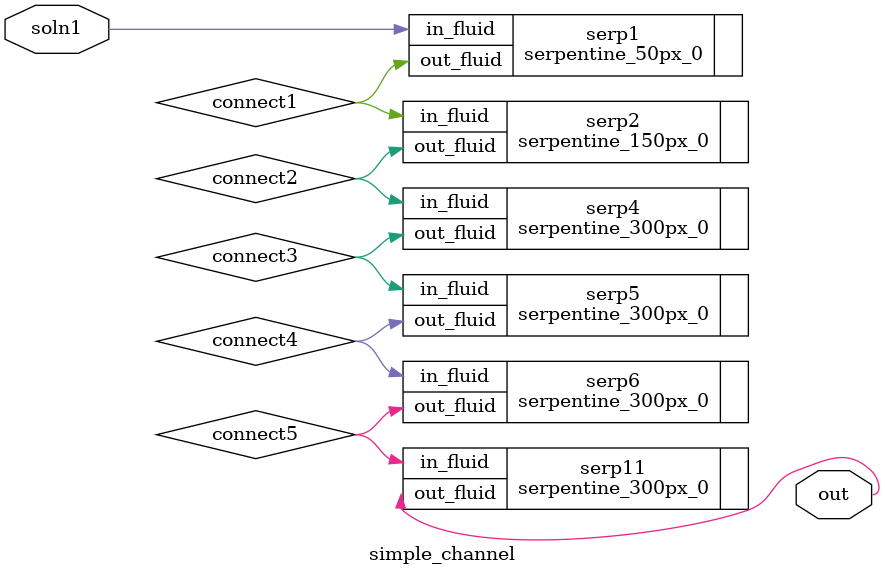
<source format=v>
module simple_channel (
    soln1,
    //soln2,
    //soln3,
    out
);

input   soln1; 
//, soln2, soln3;
output  out;

// connect0,  

wire    connect1,  connect2,  connect3,  connect4,  connect5;
//,  connect6,  connect7;
//,  connect8,  connect9,
//        connect10, connect11, connect12;

// serpentine_25px_0   serp0   (.in_fluid(soln1), .out_fluid(connect0));

serpentine_50px_0   serp1   (.in_fluid(soln1), .out_fluid(connect1));
serpentine_150px_0  serp2   (.in_fluid(connect1), .out_fluid(connect2));

//diffmix_25px_0      mix0    (.a_fluid(soln1), .b_fluid(connect2), .out_fluid(connect3));

//serpentine_300px_0  serp3   (.in_fluid(soln3), .out_fluid(connect4));
serpentine_300px_0  serp4   (.in_fluid(connect2), .out_fluid(connect3));
serpentine_300px_0  serp5   (.in_fluid(connect3), .out_fluid(connect4));
serpentine_300px_0  serp6   (.in_fluid(connect4), .out_fluid(connect5));
// serpentine_300px_0  serp7   (.in_fluid(connect8), .out_fluid(connect9));
// serpentine_300px_0  serp8   (.in_fluid(connect9), .out_fluid(connect10));
// serpentine_300px_0  serp9   (.in_fluid(connect10), .out_fluid(connect11));
// serpentine_300px_0  serp10  (.in_fluid(connect11), .out_fluid(connect12));

//diffmix_25px_0      mix1    (.a_fluid(connect3), .b_fluid(connect6), .out_fluid(connect7));

serpentine_300px_0  serp11  (.in_fluid(connect5), .out_fluid(out));

endmodule
</source>
